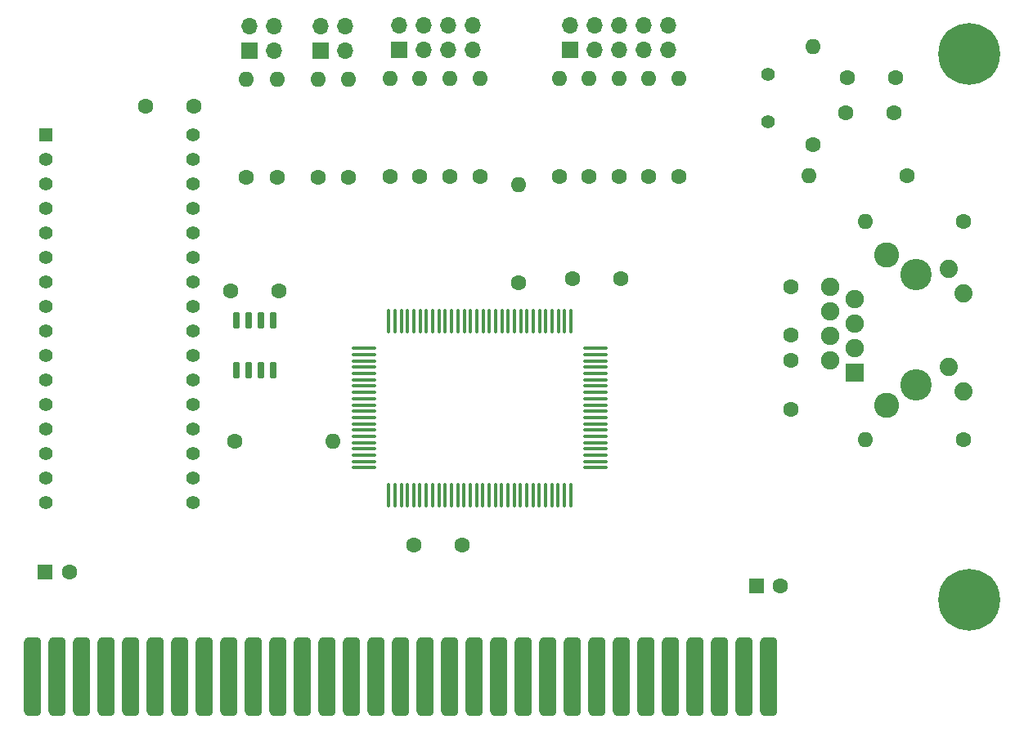
<source format=gts>
%TF.GenerationSoftware,KiCad,Pcbnew,7.0.11*%
%TF.CreationDate,2024-10-11T23:56:48+03:00*%
%TF.ProjectId,ISA8_Ethernet,49534138-5f45-4746-9865-726e65742e6b,1.0*%
%TF.SameCoordinates,Original*%
%TF.FileFunction,Soldermask,Top*%
%TF.FilePolarity,Negative*%
%FSLAX46Y46*%
G04 Gerber Fmt 4.6, Leading zero omitted, Abs format (unit mm)*
G04 Created by KiCad (PCBNEW 7.0.11) date 2024-10-11 23:56:48*
%MOMM*%
%LPD*%
G01*
G04 APERTURE LIST*
G04 Aperture macros list*
%AMRoundRect*
0 Rectangle with rounded corners*
0 $1 Rounding radius*
0 $2 $3 $4 $5 $6 $7 $8 $9 X,Y pos of 4 corners*
0 Add a 4 corners polygon primitive as box body*
4,1,4,$2,$3,$4,$5,$6,$7,$8,$9,$2,$3,0*
0 Add four circle primitives for the rounded corners*
1,1,$1+$1,$2,$3*
1,1,$1+$1,$4,$5*
1,1,$1+$1,$6,$7*
1,1,$1+$1,$8,$9*
0 Add four rect primitives between the rounded corners*
20,1,$1+$1,$2,$3,$4,$5,0*
20,1,$1+$1,$4,$5,$6,$7,0*
20,1,$1+$1,$6,$7,$8,$9,0*
20,1,$1+$1,$8,$9,$2,$3,0*%
G04 Aperture macros list end*
%ADD10C,3.250000*%
%ADD11C,2.600000*%
%ADD12C,1.890000*%
%ADD13R,1.900000X1.900000*%
%ADD14C,1.900000*%
%ADD15C,6.400000*%
%ADD16C,1.397000*%
%ADD17R,1.397000X1.397000*%
%ADD18RoundRect,0.150000X0.150000X-0.725000X0.150000X0.725000X-0.150000X0.725000X-0.150000X-0.725000X0*%
%ADD19C,1.600000*%
%ADD20O,1.600000X1.600000*%
%ADD21RoundRect,0.100000X0.100000X-1.150000X0.100000X1.150000X-0.100000X1.150000X-0.100000X-1.150000X0*%
%ADD22RoundRect,0.100000X1.150000X0.100000X-1.150000X0.100000X-1.150000X-0.100000X1.150000X-0.100000X0*%
%ADD23RoundRect,0.444500X-0.444500X-3.619500X0.444500X-3.619500X0.444500X3.619500X-0.444500X3.619500X0*%
%ADD24R,1.600000X1.600000*%
%ADD25R,1.700000X1.700000*%
%ADD26O,1.700000X1.700000*%
G04 APERTURE END LIST*
D10*
%TO.C,J1*%
X195570000Y-100330000D03*
X195570000Y-88900000D03*
D11*
X192520000Y-102390000D03*
X192520000Y-86840000D03*
D12*
X198950000Y-88290000D03*
X200470000Y-90830000D03*
X198950000Y-98400000D03*
X200470000Y-100940000D03*
D13*
X189230000Y-99060000D03*
D14*
X186690000Y-97790000D03*
X189230000Y-96520000D03*
X186690000Y-95250000D03*
X189230000Y-93980000D03*
X186690000Y-92710000D03*
X189230000Y-91440000D03*
X186690000Y-90170000D03*
%TD*%
D15*
%TO.C,HOLE1*%
X201041000Y-66040000D03*
%TD*%
%TO.C,HOLE2*%
X201041000Y-122555000D03*
%TD*%
D16*
%TO.C,Y1*%
X180200000Y-73040940D03*
X180200000Y-68159060D03*
%TD*%
D17*
%TO.C,U2*%
X105460000Y-74400000D03*
D16*
X105460000Y-76940000D03*
X105460000Y-79480000D03*
X105460000Y-82020000D03*
X105460000Y-84560000D03*
X105460000Y-87100000D03*
X105460000Y-89640000D03*
X105460000Y-92180000D03*
X105460000Y-94720000D03*
X105460000Y-97260000D03*
X105460000Y-99800000D03*
X105460000Y-102340000D03*
X105460000Y-104880000D03*
X105460000Y-107420000D03*
X105460000Y-109960000D03*
X105460000Y-112500000D03*
X120700000Y-112500000D03*
X120700000Y-109960000D03*
X120700000Y-107420000D03*
X120700000Y-104880000D03*
X120700000Y-102340000D03*
X120700000Y-99800000D03*
X120700000Y-97260000D03*
X120700000Y-94720000D03*
X120700000Y-92180000D03*
X120700000Y-89640000D03*
X120700000Y-87100000D03*
X120700000Y-84560000D03*
X120700000Y-82020000D03*
X120700000Y-79480000D03*
X120700000Y-76940000D03*
X120700000Y-74400000D03*
%TD*%
D18*
%TO.C,U3*%
X125195000Y-98775000D03*
X126465000Y-98775000D03*
X127735000Y-98775000D03*
X129005000Y-98775000D03*
X129005000Y-93625000D03*
X127735000Y-93625000D03*
X126465000Y-93625000D03*
X125195000Y-93625000D03*
%TD*%
D19*
%TO.C,C5*%
X160000000Y-89300000D03*
X165000000Y-89300000D03*
%TD*%
%TO.C,C8*%
X124600000Y-90600000D03*
X129600000Y-90600000D03*
%TD*%
%TO.C,R6*%
X125020000Y-106100000D03*
D20*
X135180000Y-106100000D03*
%TD*%
D19*
%TO.C,R7*%
X184900000Y-75380000D03*
D20*
X184900000Y-65220000D03*
%TD*%
D19*
%TO.C,C7*%
X120800000Y-71400000D03*
X115800000Y-71400000D03*
%TD*%
D21*
%TO.C,U1*%
X140975000Y-111700000D03*
X141625000Y-111700000D03*
X142275000Y-111700000D03*
X142925000Y-111700000D03*
X143550000Y-111700000D03*
X144200000Y-111700000D03*
X144850000Y-111700000D03*
X145500000Y-111700000D03*
X146150000Y-111700000D03*
X146800000Y-111700000D03*
X147450000Y-111700000D03*
X148100000Y-111700000D03*
X148750000Y-111700000D03*
X149400000Y-111700000D03*
X150050000Y-111700000D03*
X150700000Y-111700000D03*
X151350000Y-111700000D03*
X152000000Y-111700000D03*
X152650000Y-111700000D03*
X153300000Y-111700000D03*
X153950000Y-111700000D03*
X154600000Y-111700000D03*
X155250000Y-111700000D03*
X155900000Y-111700000D03*
X156550000Y-111700000D03*
X157200000Y-111700000D03*
X157850000Y-111700000D03*
X158500000Y-111700000D03*
X159150000Y-111700000D03*
X159800000Y-111700000D03*
D22*
X162400000Y-108875000D03*
X162400000Y-108225000D03*
X162400000Y-107575000D03*
X162400000Y-106925000D03*
X162400000Y-106275000D03*
X162400000Y-105625000D03*
X162400000Y-104975000D03*
X162400000Y-104325000D03*
X162400000Y-103675000D03*
X162400000Y-103025000D03*
X162400000Y-102375000D03*
X162400000Y-101725000D03*
X162400000Y-101075000D03*
X162400000Y-100425000D03*
X162400000Y-99775000D03*
X162400000Y-99125000D03*
X162400000Y-98475000D03*
X162400000Y-97825000D03*
X162400000Y-97175000D03*
X162400000Y-96525000D03*
D21*
X159825000Y-93700000D03*
X159175000Y-93700000D03*
X158525000Y-93700000D03*
X157875000Y-93700000D03*
X157225000Y-93700000D03*
X156575000Y-93700000D03*
X155925000Y-93700000D03*
X155275000Y-93700000D03*
X154625000Y-93700000D03*
X153975000Y-93700000D03*
X153325000Y-93700000D03*
X152675000Y-93700000D03*
X152025000Y-93700000D03*
X151375000Y-93700000D03*
X150725000Y-93700000D03*
X150075000Y-93700000D03*
X149425000Y-93700000D03*
X148775000Y-93700000D03*
X148125000Y-93700000D03*
X147475000Y-93700000D03*
X146825000Y-93700000D03*
X146175000Y-93700000D03*
X145525000Y-93700000D03*
X144875000Y-93700000D03*
X144225000Y-93700000D03*
X143575000Y-93700000D03*
X142925000Y-93700000D03*
X142275000Y-93700000D03*
X141625000Y-93700000D03*
X140975000Y-93700000D03*
D22*
X138400000Y-96525000D03*
X138400000Y-97175000D03*
X138400000Y-97825000D03*
X138400000Y-98475000D03*
X138400000Y-99125000D03*
X138400000Y-99775000D03*
X138400000Y-100425000D03*
X138400000Y-101075000D03*
X138400000Y-101725000D03*
X138400000Y-102375000D03*
X138400000Y-103025000D03*
X138400000Y-103675000D03*
X138400000Y-104325000D03*
X138400000Y-104975000D03*
X138400000Y-105625000D03*
X138400000Y-106275000D03*
X138400000Y-106925000D03*
X138400000Y-107575000D03*
X138400000Y-108225000D03*
X138400000Y-108875000D03*
%TD*%
D19*
%TO.C,R1*%
X194580000Y-78600000D03*
D20*
X184420000Y-78600000D03*
%TD*%
D19*
%TO.C,C3*%
X182600000Y-95100000D03*
X182600000Y-90100000D03*
%TD*%
%TO.C,R3*%
X200480000Y-83400000D03*
D20*
X190320000Y-83400000D03*
%TD*%
D19*
%TO.C,C1*%
X193300000Y-72100000D03*
X188300000Y-72100000D03*
%TD*%
%TO.C,C2*%
X193400000Y-68500000D03*
X188400000Y-68500000D03*
%TD*%
D23*
%TO.C,BUS1*%
X180340000Y-130492500D03*
X177800000Y-130492500D03*
X175260000Y-130492500D03*
X172720000Y-130492500D03*
X170180000Y-130492500D03*
X167640000Y-130492500D03*
X165100000Y-130492500D03*
X162560000Y-130492500D03*
X160020000Y-130492500D03*
X157480000Y-130492500D03*
X154940000Y-130492500D03*
X152400000Y-130492500D03*
X149860000Y-130492500D03*
X147320000Y-130492500D03*
X144780000Y-130492500D03*
X142240000Y-130492500D03*
X139700000Y-130492500D03*
X137160000Y-130492500D03*
X134620000Y-130492500D03*
X132080000Y-130492500D03*
X129540000Y-130492500D03*
X127000000Y-130492500D03*
X124460000Y-130492500D03*
X121920000Y-130492500D03*
X119380000Y-130492500D03*
X116840000Y-130492500D03*
X114300000Y-130492500D03*
X111760000Y-130492500D03*
X109220000Y-130492500D03*
X106680000Y-130492500D03*
X104140000Y-130492500D03*
%TD*%
D19*
%TO.C,C6*%
X143600000Y-116900000D03*
X148600000Y-116900000D03*
%TD*%
%TO.C,R2*%
X200480000Y-106000000D03*
D20*
X190320000Y-106000000D03*
%TD*%
D19*
%TO.C,C4*%
X182600000Y-97800000D03*
X182600000Y-102800000D03*
%TD*%
D24*
%TO.C,C9*%
X179000000Y-121100000D03*
D19*
X181500000Y-121100000D03*
%TD*%
D24*
%TO.C,C10*%
X105400000Y-119700000D03*
D19*
X107900000Y-119700000D03*
%TD*%
%TO.C,R10*%
X141100000Y-78715000D03*
D20*
X141100000Y-68555000D03*
%TD*%
D25*
%TO.C,J4*%
X126560000Y-65640000D03*
D26*
X126560000Y-63100000D03*
X129100000Y-65640000D03*
X129100000Y-63100000D03*
%TD*%
D25*
%TO.C,J7*%
X133950000Y-65640000D03*
D26*
X133950000Y-63100000D03*
X136490000Y-65640000D03*
X136490000Y-63100000D03*
%TD*%
D25*
%TO.C,J10*%
X159720000Y-65600000D03*
D26*
X159720000Y-63060000D03*
X162260000Y-65600000D03*
X162260000Y-63060000D03*
X164800000Y-65600000D03*
X164800000Y-63060000D03*
X167340000Y-65600000D03*
X167340000Y-63060000D03*
X169880000Y-65600000D03*
X169880000Y-63060000D03*
%TD*%
D19*
%TO.C,R9*%
X136800000Y-78780000D03*
D20*
X136800000Y-68620000D03*
%TD*%
D19*
%TO.C,R12*%
X147300000Y-78715000D03*
D20*
X147300000Y-68555000D03*
%TD*%
D19*
%TO.C,R18*%
X154400000Y-89680000D03*
D20*
X154400000Y-79520000D03*
%TD*%
D19*
%TO.C,R15*%
X161700000Y-78680000D03*
D20*
X161700000Y-68520000D03*
%TD*%
D19*
%TO.C,R13*%
X150400000Y-78715000D03*
D20*
X150400000Y-68555000D03*
%TD*%
D19*
%TO.C,R16*%
X164800000Y-78680000D03*
D20*
X164800000Y-68520000D03*
%TD*%
D25*
%TO.C,J9*%
X142020000Y-65575000D03*
D26*
X142020000Y-63035000D03*
X144560000Y-65575000D03*
X144560000Y-63035000D03*
X147100000Y-65575000D03*
X147100000Y-63035000D03*
X149640000Y-65575000D03*
X149640000Y-63035000D03*
%TD*%
D19*
%TO.C,R14*%
X158600000Y-78680000D03*
D20*
X158600000Y-68520000D03*
%TD*%
D19*
%TO.C,R4*%
X126240000Y-78780000D03*
D20*
X126240000Y-68620000D03*
%TD*%
D19*
%TO.C,R8*%
X133650000Y-78780000D03*
D20*
X133650000Y-68620000D03*
%TD*%
D19*
%TO.C,R17*%
X167900000Y-78680000D03*
D20*
X167900000Y-68520000D03*
%TD*%
D19*
%TO.C,R19*%
X171000000Y-78680000D03*
D20*
X171000000Y-68520000D03*
%TD*%
D19*
%TO.C,R11*%
X144200000Y-78715000D03*
D20*
X144200000Y-68555000D03*
%TD*%
D19*
%TO.C,R5*%
X129400000Y-78780000D03*
D20*
X129400000Y-68620000D03*
%TD*%
M02*

</source>
